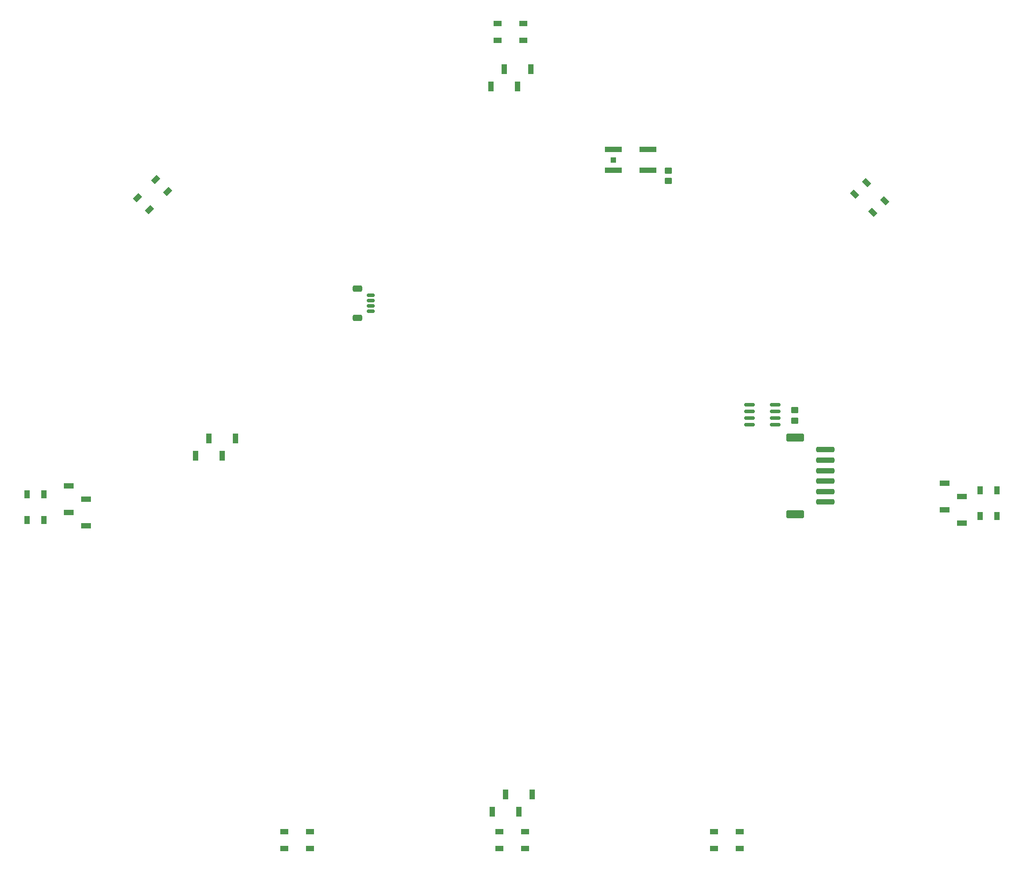
<source format=gtp>
G04 #@! TF.GenerationSoftware,KiCad,Pcbnew,6.0.2-378541a8eb~116~ubuntu20.04.1*
G04 #@! TF.CreationDate,2023-01-27T16:22:06+01:00*
G04 #@! TF.ProjectId,BUCKY_MAIN,4255434b-595f-44d4-9149-4e2e6b696361,rev?*
G04 #@! TF.SameCoordinates,Original*
G04 #@! TF.FileFunction,Paste,Top*
G04 #@! TF.FilePolarity,Positive*
%FSLAX46Y46*%
G04 Gerber Fmt 4.6, Leading zero omitted, Abs format (unit mm)*
G04 Created by KiCad (PCBNEW 6.0.2-378541a8eb~116~ubuntu20.04.1) date 2023-01-27 16:22:06*
%MOMM*%
%LPD*%
G01*
G04 APERTURE LIST*
G04 Aperture macros list*
%AMRoundRect*
0 Rectangle with rounded corners*
0 $1 Rounding radius*
0 $2 $3 $4 $5 $6 $7 $8 $9 X,Y pos of 4 corners*
0 Add a 4 corners polygon primitive as box body*
4,1,4,$2,$3,$4,$5,$6,$7,$8,$9,$2,$3,0*
0 Add four circle primitives for the rounded corners*
1,1,$1+$1,$2,$3*
1,1,$1+$1,$4,$5*
1,1,$1+$1,$6,$7*
1,1,$1+$1,$8,$9*
0 Add four rect primitives between the rounded corners*
20,1,$1+$1,$2,$3,$4,$5,0*
20,1,$1+$1,$4,$5,$6,$7,0*
20,1,$1+$1,$6,$7,$8,$9,0*
20,1,$1+$1,$8,$9,$2,$3,0*%
%AMRotRect*
0 Rectangle, with rotation*
0 The origin of the aperture is its center*
0 $1 length*
0 $2 width*
0 $3 Rotation angle, in degrees counterclockwise*
0 Add horizontal line*
21,1,$1,$2,0,0,$3*%
G04 Aperture macros list end*
%ADD10R,1.500000X1.000000*%
%ADD11R,1.000000X1.900000*%
%ADD12R,1.900000X1.000000*%
%ADD13RoundRect,0.250000X-1.500000X0.250000X-1.500000X-0.250000X1.500000X-0.250000X1.500000X0.250000X0*%
%ADD14RoundRect,0.250001X-1.449999X0.499999X-1.449999X-0.499999X1.449999X-0.499999X1.449999X0.499999X0*%
%ADD15RotRect,1.500000X1.000000X225.000000*%
%ADD16R,1.000000X1.500000*%
%ADD17RoundRect,0.150000X0.625000X-0.150000X0.625000X0.150000X-0.625000X0.150000X-0.625000X-0.150000X0*%
%ADD18RoundRect,0.250000X0.650000X-0.350000X0.650000X0.350000X-0.650000X0.350000X-0.650000X-0.350000X0*%
%ADD19RoundRect,0.250000X-0.450000X0.350000X-0.450000X-0.350000X0.450000X-0.350000X0.450000X0.350000X0*%
%ADD20RotRect,1.500000X1.000000X135.000000*%
%ADD21RoundRect,0.150000X-0.825000X-0.150000X0.825000X-0.150000X0.825000X0.150000X-0.825000X0.150000X0*%
%ADD22RoundRect,0.250000X0.450000X-0.350000X0.450000X0.350000X-0.450000X0.350000X-0.450000X-0.350000X0*%
%ADD23R,3.200000X1.000000*%
%ADD24R,1.000000X1.000000*%
G04 APERTURE END LIST*
D10*
X149150000Y-22800000D03*
X149150000Y-19600000D03*
X144250000Y-19600000D03*
X144250000Y-22800000D03*
X103550000Y-174000000D03*
X103550000Y-177200000D03*
X108450000Y-177200000D03*
X108450000Y-174000000D03*
D11*
X142940000Y-31650000D03*
X145480000Y-28350000D03*
X148020000Y-31650000D03*
X150560000Y-28350000D03*
D12*
X65650000Y-115560000D03*
X62350000Y-113020000D03*
X65650000Y-110480000D03*
X62350000Y-107940000D03*
D10*
X185550000Y-174000000D03*
X185550000Y-177200000D03*
X190450000Y-177200000D03*
X190450000Y-174000000D03*
D13*
X206800000Y-101000000D03*
X206800000Y-103000000D03*
X206800000Y-105000000D03*
X206800000Y-107000000D03*
X206800000Y-109000000D03*
X206800000Y-111000000D03*
D14*
X201050000Y-98650000D03*
X201050000Y-113350000D03*
D15*
X81213782Y-51698959D03*
X78951041Y-49436218D03*
X75486218Y-52901041D03*
X77748959Y-55163782D03*
D16*
X236400000Y-113700000D03*
X239600000Y-113700000D03*
X239600000Y-108800000D03*
X236400000Y-108800000D03*
D17*
X120025000Y-74550000D03*
X120025000Y-73550000D03*
X120025000Y-72550000D03*
X120025000Y-71550000D03*
D18*
X117500000Y-70250000D03*
X117500000Y-75850000D03*
D10*
X144550000Y-174000000D03*
X144550000Y-177200000D03*
X149450000Y-177200000D03*
X149450000Y-174000000D03*
D16*
X54400000Y-114450000D03*
X57600000Y-114450000D03*
X57600000Y-109550000D03*
X54400000Y-109550000D03*
D12*
X229600000Y-107440000D03*
X232900000Y-109980000D03*
X229600000Y-112520000D03*
X232900000Y-115060000D03*
D11*
X150810000Y-166850000D03*
X148270000Y-170150000D03*
X145730000Y-166850000D03*
X143190000Y-170150000D03*
D19*
X201000000Y-93450000D03*
X201000000Y-95450000D03*
D20*
X215901041Y-55713782D03*
X218163782Y-53451041D03*
X214698959Y-49986218D03*
X212436218Y-52248959D03*
D21*
X192325000Y-92445000D03*
X192325000Y-93715000D03*
X192325000Y-94985000D03*
X192325000Y-96255000D03*
X197275000Y-96255000D03*
X197275000Y-94985000D03*
X197275000Y-93715000D03*
X197275000Y-92445000D03*
D22*
X176800000Y-49700000D03*
X176800000Y-47700000D03*
D11*
X94180000Y-98890000D03*
X91640000Y-102190000D03*
X89100000Y-98890000D03*
X86560000Y-102190000D03*
D23*
X172902000Y-47650000D03*
X166302000Y-47650000D03*
X166298000Y-43650000D03*
X172902000Y-43650000D03*
D24*
X166298000Y-45650000D03*
M02*

</source>
